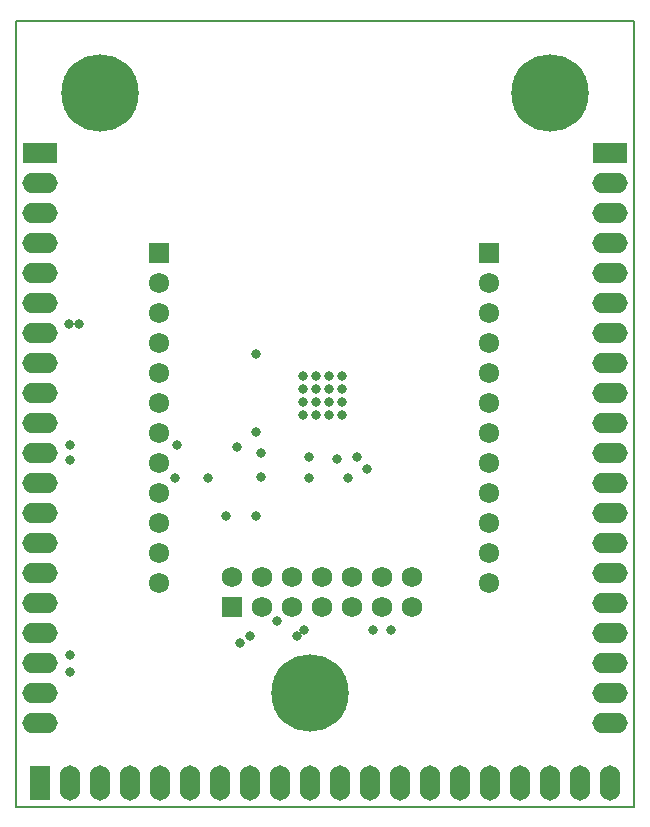
<source format=gbs>
G04 Layer_Color=16711935*
%FSLAX25Y25*%
%MOIN*%
G70*
G01*
G75*
%ADD20C,0.00500*%
%ADD43R,0.06784X0.06784*%
%ADD44C,0.06784*%
%ADD45C,0.06902*%
%ADD46R,0.06902X0.06902*%
%ADD47C,0.25800*%
%ADD48O,0.11800X0.06800*%
%ADD49R,0.11800X0.06800*%
%ADD50O,0.06800X0.11800*%
%ADD51R,0.06800X0.11800*%
%ADD52C,0.03200*%
%ADD53C,0.03162*%
D20*
X100000Y100000D02*
X306000D01*
Y362000D01*
X100000D02*
X306000D01*
X100000Y100000D02*
Y362000D01*
D43*
X257500Y284500D02*
D03*
X147500D02*
D03*
D44*
X257500Y274500D02*
D03*
Y264500D02*
D03*
Y254500D02*
D03*
Y244500D02*
D03*
Y234500D02*
D03*
Y224500D02*
D03*
Y214500D02*
D03*
Y204500D02*
D03*
Y194500D02*
D03*
Y184500D02*
D03*
Y174500D02*
D03*
X147500Y274500D02*
D03*
Y264500D02*
D03*
Y254500D02*
D03*
Y244500D02*
D03*
Y234500D02*
D03*
Y224500D02*
D03*
Y214500D02*
D03*
Y204500D02*
D03*
Y194500D02*
D03*
Y184500D02*
D03*
Y174500D02*
D03*
D45*
X232000Y176500D02*
D03*
X222000D02*
D03*
X212000D02*
D03*
X202000D02*
D03*
X192000D02*
D03*
X182000D02*
D03*
X172000D02*
D03*
X232000Y166500D02*
D03*
X222000D02*
D03*
X212000D02*
D03*
X202000D02*
D03*
X192000D02*
D03*
X182000D02*
D03*
D46*
X172000D02*
D03*
D47*
X278000Y338000D02*
D03*
X128000D02*
D03*
X198000Y138000D02*
D03*
D48*
X298000Y128000D02*
D03*
Y138000D02*
D03*
Y148000D02*
D03*
Y158000D02*
D03*
Y168000D02*
D03*
Y178000D02*
D03*
Y188000D02*
D03*
Y198000D02*
D03*
Y208000D02*
D03*
Y218000D02*
D03*
Y228000D02*
D03*
Y238000D02*
D03*
Y248000D02*
D03*
Y258000D02*
D03*
Y268000D02*
D03*
Y278000D02*
D03*
Y288000D02*
D03*
Y298000D02*
D03*
Y308000D02*
D03*
X108000Y128000D02*
D03*
Y138000D02*
D03*
Y148000D02*
D03*
Y158000D02*
D03*
Y168000D02*
D03*
Y178000D02*
D03*
Y188000D02*
D03*
Y198000D02*
D03*
Y208000D02*
D03*
Y218000D02*
D03*
Y228000D02*
D03*
Y238000D02*
D03*
Y248000D02*
D03*
Y258000D02*
D03*
Y268000D02*
D03*
Y278000D02*
D03*
Y288000D02*
D03*
Y298000D02*
D03*
Y308000D02*
D03*
D49*
X298000Y318000D02*
D03*
X108000D02*
D03*
D50*
X298000Y108000D02*
D03*
X288000D02*
D03*
X278000D02*
D03*
X268000D02*
D03*
X258000D02*
D03*
X248000D02*
D03*
X238000D02*
D03*
X228000D02*
D03*
X218000D02*
D03*
X208000D02*
D03*
X198000D02*
D03*
X188000D02*
D03*
X178000D02*
D03*
X168000D02*
D03*
X158000D02*
D03*
X148000D02*
D03*
X138000D02*
D03*
X128000D02*
D03*
X118000D02*
D03*
D51*
X108000D02*
D03*
D52*
X181500Y218000D02*
D03*
Y210000D02*
D03*
X180000Y197000D02*
D03*
Y225000D02*
D03*
Y251000D02*
D03*
X219000Y159000D02*
D03*
X225000D02*
D03*
X207000Y216000D02*
D03*
X213500Y216500D02*
D03*
X197500D02*
D03*
X217000Y212500D02*
D03*
X210500Y209500D02*
D03*
X197500D02*
D03*
X164000D02*
D03*
X153000D02*
D03*
X187000Y162000D02*
D03*
X174500Y154500D02*
D03*
X196000Y159000D02*
D03*
X118000Y150500D02*
D03*
Y145000D02*
D03*
X193500Y157000D02*
D03*
X178000D02*
D03*
X173500Y220000D02*
D03*
X153500Y220500D02*
D03*
X118000Y215500D02*
D03*
Y220500D02*
D03*
X121000Y261000D02*
D03*
X117500D02*
D03*
X170000Y197000D02*
D03*
D53*
X208606Y230579D02*
D03*
X204276D02*
D03*
X199945D02*
D03*
X195614D02*
D03*
X208606Y234910D02*
D03*
X204276D02*
D03*
X199945D02*
D03*
X195614D02*
D03*
X208606Y239240D02*
D03*
X204276D02*
D03*
X199945D02*
D03*
X195614D02*
D03*
X208606Y243571D02*
D03*
X204276D02*
D03*
X199945D02*
D03*
X195614D02*
D03*
M02*

</source>
